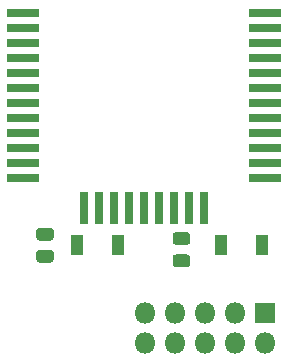
<source format=gbr>
%TF.GenerationSoftware,KiCad,Pcbnew,(5.1.6)-1*%
%TF.CreationDate,2020-10-31T14:58:00+02:00*%
%TF.ProjectId,zigbee-raspberry-module,7a696762-6565-42d7-9261-737062657272,rev?*%
%TF.SameCoordinates,Original*%
%TF.FileFunction,Soldermask,Top*%
%TF.FilePolarity,Negative*%
%FSLAX46Y46*%
G04 Gerber Fmt 4.6, Leading zero omitted, Abs format (unit mm)*
G04 Created by KiCad (PCBNEW (5.1.6)-1) date 2020-10-31 14:58:00*
%MOMM*%
%LPD*%
G01*
G04 APERTURE LIST*
%ADD10O,1.800000X1.800000*%
%ADD11R,1.800000X1.800000*%
%ADD12R,2.700000X0.800000*%
%ADD13R,0.800000X2.700000*%
%ADD14R,1.000000X1.800000*%
G04 APERTURE END LIST*
%TO.C,C1*%
G36*
G01*
X150140750Y-103016000D02*
X151103250Y-103016000D01*
G75*
G02*
X151372000Y-103284750I0J-268750D01*
G01*
X151372000Y-103822250D01*
G75*
G02*
X151103250Y-104091000I-268750J0D01*
G01*
X150140750Y-104091000D01*
G75*
G02*
X149872000Y-103822250I0J268750D01*
G01*
X149872000Y-103284750D01*
G75*
G02*
X150140750Y-103016000I268750J0D01*
G01*
G37*
G36*
G01*
X150140750Y-101141000D02*
X151103250Y-101141000D01*
G75*
G02*
X151372000Y-101409750I0J-268750D01*
G01*
X151372000Y-101947250D01*
G75*
G02*
X151103250Y-102216000I-268750J0D01*
G01*
X150140750Y-102216000D01*
G75*
G02*
X149872000Y-101947250I0J268750D01*
G01*
X149872000Y-101409750D01*
G75*
G02*
X150140750Y-101141000I268750J0D01*
G01*
G37*
%TD*%
D10*
%TO.C,J1*%
X147574000Y-110490000D03*
X147574000Y-107950000D03*
X150114000Y-110490000D03*
X150114000Y-107950000D03*
X152654000Y-110490000D03*
X152654000Y-107950000D03*
X155194000Y-110490000D03*
X155194000Y-107950000D03*
X157734000Y-110490000D03*
D11*
X157734000Y-107950000D03*
%TD*%
D12*
%TO.C,U1*%
X137190000Y-96560001D03*
X157690000Y-96560001D03*
D13*
X147440000Y-99100001D03*
D12*
X137190000Y-95290001D03*
X137190000Y-94020001D03*
X137190000Y-92750001D03*
X137190000Y-91480001D03*
X137190000Y-90210001D03*
X137190000Y-88940001D03*
X137190000Y-87670001D03*
X137190000Y-86400001D03*
X137190000Y-85130001D03*
X137190000Y-83860001D03*
X137190000Y-82590001D03*
X157690000Y-95290001D03*
X157690000Y-94020001D03*
X157690000Y-92750001D03*
X157690000Y-91480001D03*
X157690000Y-90210001D03*
X157690000Y-88940001D03*
X157690000Y-87670001D03*
X157690000Y-86400001D03*
X157690000Y-85130001D03*
X157690000Y-83860001D03*
X157690000Y-82590001D03*
D13*
X148710000Y-99100001D03*
X149980000Y-99100001D03*
X151250000Y-99100001D03*
X152520000Y-99100001D03*
X146170000Y-99100001D03*
X144900000Y-99100001D03*
X143630000Y-99100001D03*
X142360000Y-99100001D03*
%TD*%
D14*
%TO.C,RESET*%
X145210000Y-102235000D03*
X141810000Y-102235000D03*
%TD*%
%TO.C,FLASH*%
X154002000Y-102235000D03*
X157402000Y-102235000D03*
%TD*%
%TO.C,R1*%
G36*
G01*
X138583750Y-102635000D02*
X139546250Y-102635000D01*
G75*
G02*
X139815000Y-102903750I0J-268750D01*
G01*
X139815000Y-103441250D01*
G75*
G02*
X139546250Y-103710000I-268750J0D01*
G01*
X138583750Y-103710000D01*
G75*
G02*
X138315000Y-103441250I0J268750D01*
G01*
X138315000Y-102903750D01*
G75*
G02*
X138583750Y-102635000I268750J0D01*
G01*
G37*
G36*
G01*
X138583750Y-100760000D02*
X139546250Y-100760000D01*
G75*
G02*
X139815000Y-101028750I0J-268750D01*
G01*
X139815000Y-101566250D01*
G75*
G02*
X139546250Y-101835000I-268750J0D01*
G01*
X138583750Y-101835000D01*
G75*
G02*
X138315000Y-101566250I0J268750D01*
G01*
X138315000Y-101028750D01*
G75*
G02*
X138583750Y-100760000I268750J0D01*
G01*
G37*
%TD*%
M02*

</source>
